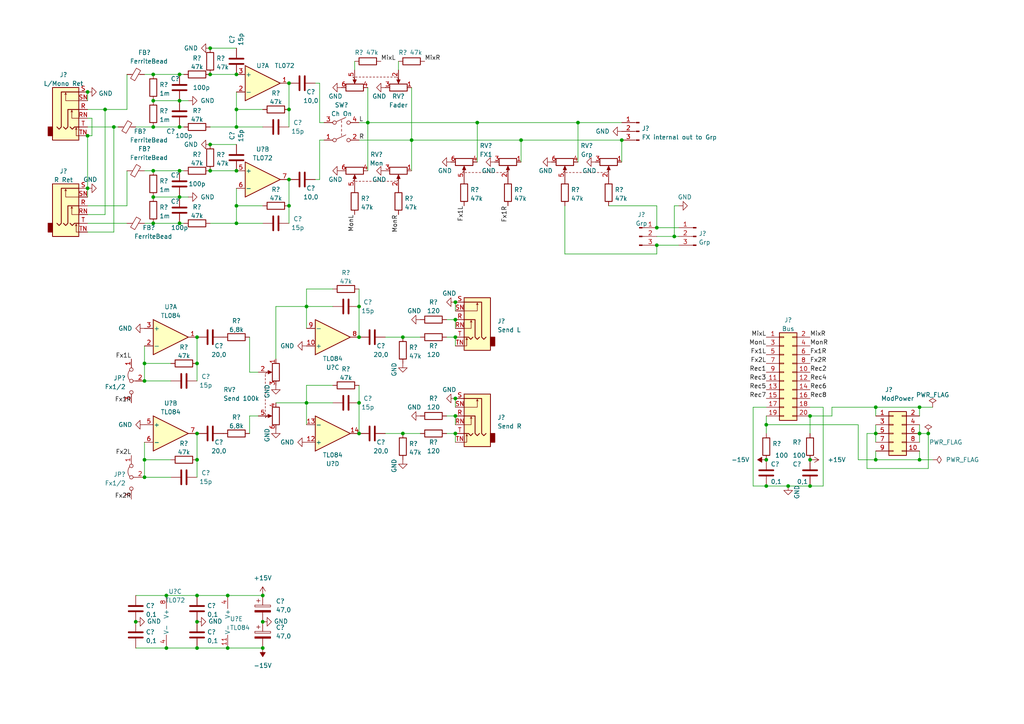
<source format=kicad_sch>
(kicad_sch (version 20211123) (generator eeschema)
  (paper "A4")
  (lib_symbols
    (symbol "Amplifier_Operational:TL072" (pin_names (offset 0.127))
      (property "Reference" "U" (at 0 5.08 0))
      (property "Value" "TL072" (at 0 -5.08 0))
      (symbol "TL072_1_1"
        (pin output line (at 7.62 0 180) (length 2.54) (name "~") (number "1"))
        (pin input line (at -7.62 -2.54 0) (length 2.54) (name "-") (number "2"))
        (pin input line (at -7.62 2.54 0) (length 2.54) (name "+") (number "3"))
      )
      (symbol "TL072_2_1"
        (pin input line (at -7.62 2.54 0) (length 2.54) (name "+") (number "5"))
        (pin input line (at -7.62 -2.54 0) (length 2.54) (name "-") (number "6"))
        (pin output line (at 7.62 0 180) (length 2.54) (name "~") (number "7"))
      )
      (symbol "TL072_3_1"
        (pin power_in line (at -2.54 -7.62 90) (length 3.81) (name "V-") (number "4"))
        (pin power_in line (at -2.54 7.62 270) (length 3.81) (name "V+") (number "8"))
      )
    )
    (symbol "Amplifier_Operational:TL084" (pin_names (offset 0.127))
      (property "Reference" "U" (at 0 5.08 0))
      (property "Value" "TL084" (at 0 -5.08 0))
      (symbol "TL084_1_1"
        (pin output line (at 7.62 0 180) (length 2.54) (name "~") (number "1"))
        (pin input line (at -7.62 -2.54 0) (length 2.54) (name "-") (number "2"))
        (pin input line (at -7.62 2.54 0) (length 2.54) (name "+") (number "3"))
      )
      (symbol "TL084_2_1"
        (pin input line (at -7.62 2.54 0) (length 2.54) (name "+") (number "5"))
        (pin input line (at -7.62 -2.54 0) (length 2.54) (name "-") (number "6"))
        (pin output line (at 7.62 0 180) (length 2.54) (name "~") (number "7"))
      )
      (symbol "TL084_3_1"
        (pin input line (at -7.62 2.54 0) (length 2.54) (name "+") (number "10"))
        (pin output line (at 7.62 0 180) (length 2.54) (name "~") (number "8"))
        (pin input line (at -7.62 -2.54 0) (length 2.54) (name "-") (number "9"))
      )
      (symbol "TL084_4_1"
        (pin input line (at -7.62 2.54 0) (length 2.54) (name "+") (number "12"))
        (pin input line (at -7.62 -2.54 0) (length 2.54) (name "-") (number "13"))
        (pin output line (at 7.62 0 180) (length 2.54) (name "~") (number "14"))
      )
      (symbol "TL084_5_1"
        (pin power_in line (at -2.54 -7.62 90) (length 3.81) (name "V-") (number "11"))
        (pin power_in line (at -2.54 7.62 270) (length 3.81) (name "V+") (number "4"))
      )
    )
    (symbol "Connector:AudioJack3_Switch"
      (property "Reference" "J" (at 0 11.43 0))
      (property "Value" "AudioJack3_Switch" (at 0 8.89 0))
      (symbol "AudioJack3_Switch_1_1"
        (pin passive line (at 5.08 0 180) (length 2.54) (name "~") (number "R"))
        (pin passive line (at 5.08 -2.54 180) (length 2.54) (name "~") (number "RN"))
        (pin passive line (at 5.08 5.08 180) (length 2.54) (name "~") (number "S"))
        (pin passive line (at 5.08 2.54 180) (length 2.54) (name "~") (number "SN"))
        (pin passive line (at 5.08 -5.08 180) (length 2.54) (name "~") (number "T"))
        (pin passive line (at 5.08 -7.62 180) (length 2.54) (name "~") (number "TN"))
      )
    )
    (symbol "Connector:Conn_01x03_Male" (pin_names (offset 1.016) hide)
      (property "Reference" "J" (at 0 5.08 0))
      (property "Value" "Conn_01x03_Male" (at 0 -5.08 0))
      (symbol "Conn_01x03_Male_1_1"
        (pin passive line (at 5.08 2.54 180) (length 3.81) (name "Pin_1") (number "1"))
        (pin passive line (at 5.08 0 180) (length 3.81) (name "Pin_2") (number "2"))
        (pin passive line (at 5.08 -2.54 180) (length 3.81) (name "Pin_3") (number "3"))
      )
    )
    (symbol "Connector_Generic:Conn_02x05_Odd_Even" (pin_names (offset 1.016) hide)
      (property "Reference" "J" (at 1.27 7.62 0))
      (property "Value" "Conn_02x05_Odd_Even" (at 1.27 -7.62 0))
      (symbol "Conn_02x05_Odd_Even_1_1"
        (pin passive line (at -5.08 5.08 0) (length 3.81) (name "Pin_1") (number "1"))
        (pin passive line (at 7.62 -5.08 180) (length 3.81) (name "Pin_10") (number "10"))
        (pin passive line (at 7.62 5.08 180) (length 3.81) (name "Pin_2") (number "2"))
        (pin passive line (at -5.08 2.54 0) (length 3.81) (name "Pin_3") (number "3"))
        (pin passive line (at 7.62 2.54 180) (length 3.81) (name "Pin_4") (number "4"))
        (pin passive line (at -5.08 0 0) (length 3.81) (name "Pin_5") (number "5"))
        (pin passive line (at 7.62 0 180) (length 3.81) (name "Pin_6") (number "6"))
        (pin passive line (at -5.08 -2.54 0) (length 3.81) (name "Pin_7") (number "7"))
        (pin passive line (at 7.62 -2.54 180) (length 3.81) (name "Pin_8") (number "8"))
        (pin passive line (at -5.08 -5.08 0) (length 3.81) (name "Pin_9") (number "9"))
      )
    )
    (symbol "Connector_Generic:Conn_02x10_Odd_Even" (pin_names (offset 1.016) hide)
      (property "Reference" "J" (at 1.27 12.7 0))
      (property "Value" "Conn_02x10_Odd_Even" (at 1.27 -15.24 0))
      (symbol "Conn_02x10_Odd_Even_1_1"
        (pin passive line (at -5.08 10.16 0) (length 3.81) (name "Pin_1") (number "1"))
        (pin passive line (at 7.62 0 180) (length 3.81) (name "Pin_10") (number "10"))
        (pin passive line (at -5.08 -2.54 0) (length 3.81) (name "Pin_11") (number "11"))
        (pin passive line (at 7.62 -2.54 180) (length 3.81) (name "Pin_12") (number "12"))
        (pin passive line (at -5.08 -5.08 0) (length 3.81) (name "Pin_13") (number "13"))
        (pin passive line (at 7.62 -5.08 180) (length 3.81) (name "Pin_14") (number "14"))
        (pin passive line (at -5.08 -7.62 0) (length 3.81) (name "Pin_15") (number "15"))
        (pin passive line (at 7.62 -7.62 180) (length 3.81) (name "Pin_16") (number "16"))
        (pin passive line (at -5.08 -10.16 0) (length 3.81) (name "Pin_17") (number "17"))
        (pin passive line (at 7.62 -10.16 180) (length 3.81) (name "Pin_18") (number "18"))
        (pin passive line (at -5.08 -12.7 0) (length 3.81) (name "Pin_19") (number "19"))
        (pin passive line (at 7.62 10.16 180) (length 3.81) (name "Pin_2") (number "2"))
        (pin passive line (at 7.62 -12.7 180) (length 3.81) (name "Pin_20") (number "20"))
        (pin passive line (at -5.08 7.62 0) (length 3.81) (name "Pin_3") (number "3"))
        (pin passive line (at 7.62 7.62 180) (length 3.81) (name "Pin_4") (number "4"))
        (pin passive line (at -5.08 5.08 0) (length 3.81) (name "Pin_5") (number "5"))
        (pin passive line (at 7.62 5.08 180) (length 3.81) (name "Pin_6") (number "6"))
        (pin passive line (at -5.08 2.54 0) (length 3.81) (name "Pin_7") (number "7"))
        (pin passive line (at 7.62 2.54 180) (length 3.81) (name "Pin_8") (number "8"))
        (pin passive line (at -5.08 0 0) (length 3.81) (name "Pin_9") (number "9"))
      )
    )
    (symbol "Device:C" (pin_numbers hide) (pin_names (offset 0.254))
      (property "Reference" "C" (at 0.635 2.54 0))
      (property "Value" "C" (at 0.635 -2.54 0))
      (symbol "C_1_1"
        (pin passive line (at 0 3.81 270) (length 2.794) (name "~") (number "1"))
        (pin passive line (at 0 -3.81 90) (length 2.794) (name "~") (number "2"))
      )
    )
    (symbol "Device:C_Polarized" (pin_numbers hide) (pin_names (offset 0.254))
      (property "Reference" "C" (at 0.635 2.54 0))
      (property "Value" "C_Polarized" (at 0.635 -2.54 0))
      (symbol "C_Polarized_1_1"
        (pin passive line (at 0 3.81 270) (length 2.794) (name "~") (number "1"))
        (pin passive line (at 0 -3.81 90) (length 2.794) (name "~") (number "2"))
      )
    )
    (symbol "Device:FerriteBead_Small" (pin_numbers hide) (pin_names (offset 0))
      (property "Reference" "FB" (at 1.905 1.27 0))
      (property "Value" "FerriteBead_Small" (at 1.905 -1.27 0))
      (symbol "FerriteBead_Small_1_1"
        (pin passive line (at 0 2.54 270) (length 1.27) (name "~") (number "1"))
        (pin passive line (at 0 -2.54 90) (length 1.27) (name "~") (number "2"))
      )
    )
    (symbol "Device:R" (pin_numbers hide) (pin_names (offset 0))
      (property "Reference" "R" (at 2.032 0 90))
      (property "Value" "R" (at 0 0 90))
      (symbol "R_1_1"
        (pin passive line (at 0 3.81 270) (length 1.27) (name "~") (number "1"))
        (pin passive line (at 0 -3.81 90) (length 1.27) (name "~") (number "2"))
      )
    )
    (symbol "Device:R_Potentiometer_Dual" (pin_names (offset 1.016) hide)
      (property "Reference" "RV" (at 0 3.81 0))
      (property "Value" "R_Potentiometer_Dual" (at 0 1.905 0))
      (symbol "R_Potentiometer_Dual_1_1"
        (pin passive line (at -10.16 -2.54 0) (length 1.27) (name "1") (number "1"))
        (pin passive line (at -6.35 2.54 270) (length 2.54) (name "2") (number "2"))
        (pin passive line (at -2.54 -2.54 180) (length 1.27) (name "3") (number "3"))
        (pin passive line (at 2.54 -2.54 0) (length 1.27) (name "4") (number "4"))
        (pin passive line (at 6.35 2.54 270) (length 2.54) (name "5") (number "5"))
        (pin passive line (at 10.16 -2.54 180) (length 1.27) (name "6") (number "6"))
      )
    )
    (symbol "Jumper:Jumper_3_Bridged12" (pin_names (offset 0) hide)
      (property "Reference" "JP" (at -2.54 -2.54 0))
      (property "Value" "Jumper_3_Bridged12" (at 0 2.794 0))
      (symbol "Jumper_3_Bridged12_1_1"
        (pin passive line (at -6.35 0 0) (length 2.54) (name "A") (number "1"))
        (pin passive line (at 0 -3.81 90) (length 2.54) (name "C") (number "2"))
        (pin passive line (at 6.35 0 180) (length 2.54) (name "B") (number "3"))
      )
    )
    (symbol "Switch:SW_DPST" (pin_names (offset 0) hide)
      (property "Reference" "SW" (at 0 5.08 0))
      (property "Value" "SW_DPST" (at 0 -5.08 0))
      (symbol "SW_DPST_1_1"
        (pin passive line (at -5.08 -2.54 0) (length 2.54) (name "1") (number "1"))
        (pin passive line (at 5.08 -2.54 180) (length 2.54) (name "2") (number "2"))
        (pin passive line (at -5.08 2.54 0) (length 2.54) (name "3") (number "3"))
        (pin passive line (at 5.08 2.54 180) (length 2.54) (name "4") (number "4"))
      )
    )
    (symbol "power:+15V" (power) (pin_names (offset 0))
      (property "Value" "+15V" (at 0 3.556 0))
      (symbol "+15V_1_1"
        (pin power_in line (at 0 0 90) (length 0) hide (name "+15V") (number "1"))
      )
    )
    (symbol "power:-15V" (power) (pin_names (offset 0))
      (property "Value" "-15V" (at 0 3.81 0))
      (symbol "-15V_0_0"
        (pin power_in line (at 0 0 90) (length 0) hide (name "-15V") (number "1"))
      )
    )
    (symbol "power:GND" (power) (pin_names (offset 0))
      (property "Value" "GND" (at 0 -3.81 0))
      (symbol "GND_1_1"
        (pin power_in line (at 0 0 270) (length 0) hide (name "GND") (number "1"))
      )
    )
    (symbol "power:PWR_FLAG" (power) (pin_numbers hide) (pin_names (offset 0) hide)
      (property "Value" "PWR_FLAG" (at 0 3.81 0))
      (symbol "PWR_FLAG_0_0"
        (pin power_out line (at 0 0 90) (length 0) (name "pwr") (number "1"))
      )
    )
  )
  (junction (at 88.9 88.9))
  (junction (at 41.91 133.35))
  (junction (at 57.15 133.35))
  (junction (at 222.25 123.19))
  (junction (at 119.38 40.64))
  (junction (at 66.04 187.96))
  (junction (at 195.58 68.58))
  (junction (at 132.08 97.79))
  (junction (at 190.5 66.04))
  (junction (at 254 118.11))
  (junction (at 266.7 133.35))
  (junction (at 68.58 59.69))
  (junction (at 68.58 21.59))
  (junction (at 52.07 64.77))
  (junction (at 57.15 125.73))
  (junction (at 76.2 172.72))
  (junction (at 52.07 57.15))
  (junction (at 25.4 54.61))
  (junction (at 83.82 24.13))
  (junction (at 234.95 133.35))
  (junction (at 76.2 180.34))
  (junction (at 222.25 140.97))
  (junction (at 44.45 64.77))
  (junction (at 269.24 125.73))
  (junction (at 44.45 21.59))
  (junction (at 104.14 88.9))
  (junction (at 25.4 26.67))
  (junction (at 52.07 29.21))
  (junction (at 44.45 57.15))
  (junction (at 66.04 172.72))
  (junction (at 104.14 125.73))
  (junction (at 228.6 140.97))
  (junction (at 68.58 36.83))
  (junction (at 41.91 138.43))
  (junction (at 83.82 52.07))
  (junction (at 76.2 187.96))
  (junction (at 222.25 133.35))
  (junction (at 116.84 97.79))
  (junction (at 132.08 115.57))
  (junction (at 60.96 21.59))
  (junction (at 132.08 92.71))
  (junction (at 41.91 105.41))
  (junction (at 88.9 116.84))
  (junction (at 41.91 110.49))
  (junction (at 60.96 49.53))
  (junction (at 83.82 31.75))
  (junction (at 68.58 31.75))
  (junction (at 52.07 36.83))
  (junction (at 266.7 118.11))
  (junction (at 48.26 187.96))
  (junction (at 132.08 87.63))
  (junction (at 83.82 59.69))
  (junction (at 48.26 172.72))
  (junction (at 44.45 49.53))
  (junction (at 68.58 64.77))
  (junction (at 116.84 125.73))
  (junction (at 44.45 36.83))
  (junction (at 106.68 35.56))
  (junction (at 68.58 49.53))
  (junction (at 151.13 40.64))
  (junction (at 167.64 35.56))
  (junction (at 234.95 120.65))
  (junction (at 44.45 29.21))
  (junction (at 57.15 105.41))
  (junction (at 138.43 35.56))
  (junction (at 60.96 13.97))
  (junction (at 234.95 140.97))
  (junction (at 33.02 36.83))
  (junction (at 104.14 97.79))
  (junction (at 52.07 49.53))
  (junction (at 266.7 125.73))
  (junction (at 60.96 41.91))
  (junction (at 57.15 187.96))
  (junction (at 132.08 125.73))
  (junction (at 57.15 180.34))
  (junction (at 57.15 172.72))
  (junction (at 30.48 31.75))
  (junction (at 190.5 71.12))
  (junction (at 39.37 180.34))
  (junction (at 254 125.73))
  (junction (at 254 133.35))
  (junction (at 52.07 21.59))
  (junction (at 57.15 97.79))
  (junction (at 132.08 120.65))
  (junction (at 25.4 39.37))
  (junction (at 180.34 40.64))
  (junction (at 104.14 116.84))
  (wire (pts (xy 88.9 116.84) (xy 88.9 123.19)))
  (wire (pts (xy 248.92 133.35) (xy 248.92 123.19)))
  (wire (pts (xy 25.4 59.69) (xy 36.83 59.69)))
  (wire (pts (xy 106.68 35.56) (xy 104.14 35.56)))
  (wire (pts (xy 228.6 140.97) (xy 234.95 140.97)))
  (wire (pts (xy 44.45 64.77) (xy 52.07 64.77)))
  (wire (pts (xy 44.45 21.59) (xy 52.07 21.59)))
  (wire (pts (xy 83.82 31.75) (xy 83.82 36.83)))
  (wire (pts (xy 57.15 125.73) (xy 57.15 133.35)))
  (wire (pts (xy 76.2 36.83) (xy 68.58 36.83)))
  (wire (pts (xy 132.08 125.73) (xy 132.08 128.27)))
  (wire (pts (xy 25.4 31.75) (xy 30.48 31.75)))
  (wire (pts (xy 83.82 24.13) (xy 83.82 31.75)))
  (wire (pts (xy 254 133.35) (xy 254 130.81)))
  (wire (pts (xy 266.7 118.11) (xy 270.51 118.11)))
  (wire (pts (xy 132.08 97.79) (xy 132.08 100.33)))
  (wire (pts (xy 106.68 25.4) (xy 106.68 35.56)))
  (wire (pts (xy 34.29 36.83) (xy 33.02 36.83)))
  (wire (pts (xy 190.5 66.04) (xy 196.85 66.04)))
  (wire (pts (xy 41.91 138.43) (xy 41.91 133.35)))
  (wire (pts (xy 68.58 36.83) (xy 68.58 31.75)))
  (wire (pts (xy 241.3 118.11) (xy 241.3 120.65)))
  (wire (pts (xy 57.15 105.41) (xy 57.15 110.49)))
  (wire (pts (xy 39.37 36.83) (xy 44.45 36.83)))
  (wire (pts (xy 44.45 29.21) (xy 52.07 29.21)))
  (wire (pts (xy 57.15 97.79) (xy 57.15 105.41)))
  (wire (pts (xy 104.14 83.82) (xy 104.14 88.9)))
  (wire (pts (xy 41.91 110.49) (xy 41.91 105.41)))
  (wire (pts (xy 251.46 135.89) (xy 251.46 125.73)))
  (wire (pts (xy 129.54 97.79) (xy 132.08 97.79)))
  (wire (pts (xy 41.91 105.41) (xy 41.91 100.33)))
  (wire (pts (xy 222.25 123.19) (xy 222.25 125.73)))
  (wire (pts (xy 104.14 88.9) (xy 104.14 97.79)))
  (wire (pts (xy 25.4 36.83) (xy 33.02 36.83)))
  (wire (pts (xy 254 133.35) (xy 248.92 133.35)))
  (wire (pts (xy 41.91 64.77) (xy 44.45 64.77)))
  (wire (pts (xy 80.01 116.84) (xy 88.9 116.84)))
  (wire (pts (xy 254 123.19) (xy 254 125.73)))
  (wire (pts (xy 222.25 140.97) (xy 228.6 140.97)))
  (wire (pts (xy 104.14 111.76) (xy 104.14 116.84)))
  (wire (pts (xy 60.96 21.59) (xy 68.58 21.59)))
  (wire (pts (xy 129.54 120.65) (xy 132.08 120.65)))
  (wire (pts (xy 163.83 73.66) (xy 190.5 73.66)))
  (wire (pts (xy 25.4 62.23) (xy 30.48 62.23)))
  (wire (pts (xy 266.7 118.11) (xy 266.7 120.65)))
  (wire (pts (xy 248.92 123.19) (xy 222.25 123.19)))
  (wire (pts (xy 96.52 111.76) (xy 88.9 111.76)))
  (wire (pts (xy 60.96 13.97) (xy 68.58 13.97)))
  (wire (pts (xy 52.07 64.77) (xy 53.34 64.77)))
  (wire (pts (xy 88.9 116.84) (xy 96.52 116.84)))
  (wire (pts (xy 57.15 172.72) (xy 66.04 172.72)))
  (wire (pts (xy 25.4 39.37) (xy 25.4 54.61)))
  (wire (pts (xy 106.68 49.53) (xy 106.68 35.56)))
  (wire (pts (xy 266.7 125.73) (xy 266.7 128.27)))
  (wire (pts (xy 25.4 34.29) (xy 26.67 34.29)))
  (wire (pts (xy 26.67 39.37) (xy 25.4 39.37)))
  (wire (pts (xy 52.07 57.15) (xy 54.61 57.15)))
  (wire (pts (xy 41.91 21.59) (xy 44.45 21.59)))
  (wire (pts (xy 66.04 172.72) (xy 76.2 172.72)))
  (wire (pts (xy 234.95 118.11) (xy 238.76 118.11)))
  (wire (pts (xy 49.53 110.49) (xy 41.91 110.49)))
  (wire (pts (xy 41.91 133.35) (xy 41.91 128.27)))
  (wire (pts (xy 68.58 64.77) (xy 68.58 59.69)))
  (wire (pts (xy 96.52 88.9) (xy 88.9 88.9)))
  (wire (pts (xy 48.26 187.96) (xy 57.15 187.96)))
  (wire (pts (xy 44.45 36.83) (xy 52.07 36.83)))
  (wire (pts (xy 25.4 26.67) (xy 25.4 29.21)))
  (wire (pts (xy 76.2 59.69) (xy 68.58 59.69)))
  (wire (pts (xy 68.58 59.69) (xy 68.58 54.61)))
  (wire (pts (xy 218.44 140.97) (xy 222.25 140.97)))
  (wire (pts (xy 66.04 187.96) (xy 76.2 187.96)))
  (wire (pts (xy 25.4 64.77) (xy 36.83 64.77)))
  (wire (pts (xy 129.54 125.73) (xy 132.08 125.73)))
  (wire (pts (xy 151.13 40.64) (xy 151.13 46.99)))
  (wire (pts (xy 119.38 25.4) (xy 119.38 40.64)))
  (wire (pts (xy 60.96 41.91) (xy 68.58 41.91)))
  (wire (pts (xy 88.9 111.76) (xy 88.9 116.84)))
  (wire (pts (xy 241.3 120.65) (xy 234.95 120.65)))
  (wire (pts (xy 44.45 49.53) (xy 52.07 49.53)))
  (wire (pts (xy 190.5 59.69) (xy 190.5 66.04)))
  (wire (pts (xy 119.38 40.64) (xy 151.13 40.64)))
  (wire (pts (xy 138.43 46.99) (xy 138.43 35.56)))
  (wire (pts (xy 111.76 125.73) (xy 116.84 125.73)))
  (wire (pts (xy 91.44 24.13) (xy 92.71 24.13)))
  (wire (pts (xy 269.24 135.89) (xy 251.46 135.89)))
  (wire (pts (xy 83.82 52.07) (xy 83.82 59.69)))
  (wire (pts (xy 52.07 49.53) (xy 53.34 49.53)))
  (wire (pts (xy 30.48 31.75) (xy 36.83 31.75)))
  (wire (pts (xy 180.34 40.64) (xy 151.13 40.64)))
  (wire (pts (xy 238.76 118.11) (xy 238.76 140.97)))
  (wire (pts (xy 104.14 116.84) (xy 104.14 125.73)))
  (wire (pts (xy 163.83 59.69) (xy 163.83 73.66)))
  (wire (pts (xy 190.5 73.66) (xy 190.5 71.12)))
  (wire (pts (xy 96.52 83.82) (xy 88.9 83.82)))
  (wire (pts (xy 39.37 187.96) (xy 48.26 187.96)))
  (wire (pts (xy 26.67 34.29) (xy 26.67 39.37)))
  (wire (pts (xy 72.39 107.95) (xy 74.93 107.95)))
  (wire (pts (xy 30.48 62.23) (xy 30.48 31.75)))
  (wire (pts (xy 111.76 97.79) (xy 116.84 97.79)))
  (wire (pts (xy 167.64 35.56) (xy 180.34 35.56)))
  (wire (pts (xy 119.38 40.64) (xy 104.14 40.64)))
  (wire (pts (xy 116.84 125.73) (xy 121.92 125.73)))
  (wire (pts (xy 195.58 59.69) (xy 195.58 68.58)))
  (wire (pts (xy 195.58 68.58) (xy 196.85 68.58)))
  (wire (pts (xy 76.2 31.75) (xy 68.58 31.75)))
  (wire (pts (xy 92.71 24.13) (xy 92.71 35.56)))
  (wire (pts (xy 49.53 138.43) (xy 41.91 138.43)))
  (wire (pts (xy 190.5 68.58) (xy 195.58 68.58)))
  (wire (pts (xy 25.4 67.31) (xy 33.02 67.31)))
  (wire (pts (xy 52.07 29.21) (xy 54.61 29.21)))
  (wire (pts (xy 167.64 35.56) (xy 138.43 35.56)))
  (wire (pts (xy 167.64 46.99) (xy 167.64 35.56)))
  (wire (pts (xy 190.5 71.12) (xy 196.85 71.12)))
  (wire (pts (xy 254 120.65) (xy 254 118.11)))
  (wire (pts (xy 92.71 52.07) (xy 91.44 52.07)))
  (wire (pts (xy 196.85 59.69) (xy 195.58 59.69)))
  (wire (pts (xy 254 118.11) (xy 266.7 118.11)))
  (wire (pts (xy 119.38 49.53) (xy 119.38 40.64)))
  (wire (pts (xy 266.7 133.35) (xy 270.51 133.35)))
  (wire (pts (xy 49.53 105.41) (xy 41.91 105.41)))
  (wire (pts (xy 68.58 31.75) (xy 68.58 26.67)))
  (wire (pts (xy 180.34 46.99) (xy 180.34 40.64)))
  (wire (pts (xy 57.15 133.35) (xy 57.15 138.43)))
  (wire (pts (xy 88.9 83.82) (xy 88.9 88.9)))
  (wire (pts (xy 176.53 59.69) (xy 190.5 59.69)))
  (wire (pts (xy 266.7 123.19) (xy 266.7 125.73)))
  (wire (pts (xy 72.39 120.65) (xy 74.93 120.65)))
  (wire (pts (xy 238.76 140.97) (xy 234.95 140.97)))
  (wire (pts (xy 218.44 118.11) (xy 218.44 140.97)))
  (wire (pts (xy 88.9 88.9) (xy 88.9 95.25)))
  (wire (pts (xy 48.26 172.72) (xy 57.15 172.72)))
  (wire (pts (xy 132.08 115.57) (xy 132.08 118.11)))
  (wire (pts (xy 80.01 88.9) (xy 80.01 104.14)))
  (wire (pts (xy 52.07 21.59) (xy 53.34 21.59)))
  (wire (pts (xy 41.91 49.53) (xy 44.45 49.53)))
  (wire (pts (xy 102.87 17.78) (xy 102.87 20.32)))
  (wire (pts (xy 83.82 59.69) (xy 83.82 64.77)))
  (wire (pts (xy 39.37 172.72) (xy 48.26 172.72)))
  (wire (pts (xy 49.53 133.35) (xy 41.91 133.35)))
  (wire (pts (xy 222.25 120.65) (xy 222.25 123.19)))
  (wire (pts (xy 132.08 120.65) (xy 132.08 123.19)))
  (wire (pts (xy 33.02 67.31) (xy 33.02 36.83)))
  (wire (pts (xy 222.25 118.11) (xy 218.44 118.11)))
  (wire (pts (xy 241.3 118.11) (xy 254 118.11)))
  (wire (pts (xy 132.08 87.63) (xy 132.08 90.17)))
  (wire (pts (xy 76.2 64.77) (xy 68.58 64.77)))
  (wire (pts (xy 72.39 97.79) (xy 72.39 107.95)))
  (wire (pts (xy 269.24 125.73) (xy 269.24 135.89)))
  (wire (pts (xy 36.83 31.75) (xy 36.83 21.59)))
  (wire (pts (xy 116.84 97.79) (xy 121.92 97.79)))
  (wire (pts (xy 234.95 120.65) (xy 234.95 125.73)))
  (wire (pts (xy 115.57 17.78) (xy 115.57 20.32)))
  (wire (pts (xy 93.98 40.64) (xy 92.71 40.64)))
  (wire (pts (xy 72.39 125.73) (xy 72.39 120.65)))
  (wire (pts (xy 60.96 49.53) (xy 68.58 49.53)))
  (wire (pts (xy 80.01 88.9) (xy 88.9 88.9)))
  (wire (pts (xy 36.83 59.69) (xy 36.83 49.53)))
  (wire (pts (xy 60.96 36.83) (xy 68.58 36.83)))
  (wire (pts (xy 266.7 133.35) (xy 254 133.35)))
  (wire (pts (xy 132.08 92.71) (xy 132.08 95.25)))
  (wire (pts (xy 92.71 35.56) (xy 93.98 35.56)))
  (wire (pts (xy 254 125.73) (xy 254 128.27)))
  (wire (pts (xy 129.54 92.71) (xy 132.08 92.71)))
  (wire (pts (xy 251.46 125.73) (xy 254 125.73)))
  (wire (pts (xy 92.71 40.64) (xy 92.71 52.07)))
  (wire (pts (xy 52.07 36.83) (xy 53.34 36.83)))
  (wire (pts (xy 25.4 54.61) (xy 25.4 57.15)))
  (wire (pts (xy 57.15 187.96) (xy 66.04 187.96)))
  (wire (pts (xy 44.45 57.15) (xy 52.07 57.15)))
  (wire (pts (xy 266.7 125.73) (xy 269.24 125.73)))
  (wire (pts (xy 60.96 64.77) (xy 68.58 64.77)))
  (wire (pts (xy 266.7 130.81) (xy 266.7 133.35)))
  (wire (pts (xy 106.68 35.56) (xy 138.43 35.56)))
  (label "Rec7" (at 222.25 115.57 180))
  (label "Rec4" (at 234.95 110.49 0))
  (label "Fx1R" (at 38.1 116.84 180))
  (label "R" (at 104.14 40.64 0))
  (label "MixL" (at 110.49 17.78 0))
  (label "Rec8" (at 234.95 115.57 0))
  (label "Fx1L" (at 38.1 104.14 180))
  (label "Fx1R" (at 234.95 102.87 0))
  (label "Rec1" (at 222.25 107.95 180))
  (label "MixR" (at 123.19 17.78 0))
  (label "L" (at 104.14 35.56 0))
  (label "MixL" (at 222.25 97.79 180))
  (label "Fx2R" (at 234.95 105.41 0))
  (label "Rec5" (at 222.25 113.03 180))
  (label "Rec6" (at 234.95 113.03 0))
  (label "MixR" (at 234.95 97.79 0))
  (label "MonL" (at 102.87 62.23 270))
  (label "Fx1L" (at 134.62 59.69 270))
  (label "Fx1R" (at 147.32 59.69 270))
  (label "MonR" (at 234.95 100.33 0))
  (label "Rec2" (at 234.95 107.95 0))
  (label "Fx2L" (at 222.25 105.41 180))
  (label "Fx1L" (at 222.25 102.87 180))
  (label "Fx2R" (at 38.1 144.78 180))
  (label "MonL" (at 222.25 100.33 180))
  (label "MonR" (at 115.57 62.23 270))
  (label "Fx2L" (at 38.1 132.08 180))
  (label "Rec3" (at 222.25 110.49 180))
  (symbol (lib_id "Device:C") (at 234.95 137.16 180) (unit 1)
    (property "Reference" "C?" (at 229.87 134.62 0) (effects (justify right)))
    (property "Value" "0,1" (at 231.14 139.7 0) (effects (justify right)))
    (property "Footprint" "Capacitor_SMD:C_1206_3216Metric_Pad1.33x1.80mm_HandSolder" (effects hide))
  )
  (symbol (lib_id "power:GND") (at 121.92 92.71 270) (mirror x) (unit 1)
    (property "Reference" "#PWR?" (effects hide))
    (property "Value" "GND" (at 118.11 90.17 90) (effects (justify left)))
  )
  (symbol (lib_id "Device:R") (at 57.15 36.83 90) (unit 1)
    (property "Reference" "R?" (at 57.15 32.1142 90))
    (property "Value" "47k" (at 57.15 34.6511 90))
    (property "Footprint" "Resistor_SMD:R_1206_3216Metric_Pad1.30x1.75mm_HandSolder" (effects hide))
  )
  (symbol (lib_id "Device:C") (at 87.63 24.13 90) (unit 1)
    (property "Reference" "C?" (at 90.17 26.67 90))
    (property "Value" "10,0" (at 90.17 29.21 90))
    (property "Footprint" "Capacitor_SMD:C_1206_3216Metric_Pad1.33x1.80mm_HandSolder" (effects hide))
  )
  (symbol (lib_id "Switch:SW_DPST") (at 99.06 38.1 0) (unit 1)
    (property "Reference" "SW?" (at 99.06 30.4632 0))
    (property "Value" "Ch On" (at 99.06 33.0001 0))
  )
  (symbol (lib_id "Device:R") (at 44.45 33.02 180) (unit 1)
    (property "Reference" "R?" (at 46.228 32.1853 0) (effects (justify right)))
    (property "Value" "1m" (at 46.228 34.7222 0) (effects (justify right)))
    (property "Footprint" "Resistor_SMD:R_1206_3216Metric_Pad1.30x1.75mm_HandSolder" (effects hide))
  )
  (symbol (lib_id "Device:C") (at 39.37 176.53 180) (unit 1)
    (property "Reference" "C?" (at 42.291 175.6953 0) (effects (justify right)))
    (property "Value" "0,1" (at 42.291 178.2322 0) (effects (justify right)))
    (property "Footprint" "Capacitor_SMD:C_1206_3216Metric_Pad1.33x1.80mm_HandSolder" (effects hide))
  )
  (symbol (lib_id "Device:R") (at 100.33 83.82 90) (unit 1)
    (property "Reference" "R?" (at 100.33 79.1042 90))
    (property "Value" "47k" (at 100.33 81.6411 90))
    (property "Footprint" "Resistor_SMD:R_1206_3216Metric_Pad1.30x1.75mm_HandSolder" (effects hide))
  )
  (symbol (lib_id "power:GND") (at 143.51 46.99 270) (unit 1)
    (property "Reference" "#PWR?" (effects hide))
    (property "Value" "GND" (at 139.7 49.53 90) (effects (justify left)))
  )
  (symbol (lib_id "Device:R") (at 125.73 125.73 90) (unit 1)
    (property "Reference" "R?" (at 125.73 128.27 90))
    (property "Value" "120" (at 125.73 130.81 90))
    (property "Footprint" "Resistor_SMD:R_1206_3216Metric_Pad1.30x1.75mm_HandSolder" (effects hide))
  )
  (symbol (lib_id "Device:C") (at 52.07 53.34 180) (unit 1)
    (property "Reference" "C?" (at 50.8 50.8 0))
    (property "Value" "100p" (at 57.15 53.34 0))
    (property "Footprint" "Capacitor_THT:C_Disc_D5.0mm_W2.5mm_P2.50mm" (effects hide))
  )
  (symbol (lib_id "Device:FerriteBead_Small") (at 39.37 49.53 90) (unit 1)
    (property "Reference" "FB?" (at 41.91 43.18 90))
    (property "Value" "FerriteBead" (at 43.18 45.72 90))
  )
  (symbol (lib_id "power:GND") (at 172.72 46.99 270) (unit 1)
    (property "Reference" "#PWR?" (effects hide))
    (property "Value" "GND" (at 168.91 49.53 90) (effects (justify left)))
  )
  (symbol (lib_id "Device:R") (at 116.84 129.54 180) (unit 1)
    (property "Reference" "R?" (at 118.618 128.7053 0) (effects (justify right)))
    (property "Value" "47k" (at 118.618 131.2422 0) (effects (justify right)))
    (property "Footprint" "Resistor_SMD:R_1206_3216Metric_Pad1.30x1.75mm_HandSolder" (effects hide))
  )
  (symbol (lib_id "Amplifier_Operational:TL084") (at 68.58 180.34 0) (unit 5)
    (property "Reference" "U?" (at 66.675 179.5053 0) (effects (justify left)))
    (property "Value" "TL084" (at 66.675 182.0422 0) (effects (justify left)))
    (property "Datasheet" "http://www.ti.com/lit/ds/symlink/tl081.pdf" (effects hide))
  )
  (symbol (lib_id "power:GND") (at 99.06 25.4 270) (unit 1)
    (property "Reference" "#PWR?" (effects hide))
    (property "Value" "GND" (at 95.25 27.94 90) (effects (justify left)))
  )
  (symbol (lib_id "Device:R_Potentiometer_Dual") (at 77.47 114.3 90) (mirror x) (unit 1)
    (property "Reference" "RV?" (at 64.77 113.0331 90) (effects (justify right)))
    (property "Value" "Send 100k" (at 64.77 115.57 90) (effects (justify right)))
  )
  (symbol (lib_id "Device:C") (at 80.01 36.83 90) (unit 1)
    (property "Reference" "C?" (at 86.36 35.56 90))
    (property "Value" "15p" (at 86.36 38.1 90))
    (property "Footprint" "Capacitor_THT:C_Disc_D5.0mm_W2.5mm_P2.50mm" (effects hide))
  )
  (symbol (lib_id "power:GND") (at 160.02 46.99 270) (unit 1)
    (property "Reference" "#PWR?" (effects hide))
    (property "Value" "GND" (at 156.21 49.53 90) (effects (justify left)))
  )
  (symbol (lib_id "Connector:Conn_01x03_Male") (at 201.93 68.58 0) (mirror y) (unit 1)
    (property "Reference" "J?" (at 202.6412 67.7453 0) (effects (justify right)))
    (property "Value" "Grp" (at 202.6412 70.2822 0) (effects (justify right)))
  )
  (symbol (lib_id "power:GND") (at 180.34 38.1 270) (unit 1)
    (property "Reference" "#PWR?" (effects hide))
    (property "Value" "GND" (at 172.72 38.1 90) (effects (justify left)))
  )
  (symbol (lib_id "Device:C") (at 107.95 97.79 90) (unit 1)
    (property "Reference" "C?" (at 110.49 100.33 90))
    (property "Value" "20,0" (at 110.49 102.87 90))
    (property "Footprint" "Capacitor_SMD:C_1206_3216Metric_Pad1.33x1.80mm_HandSolder" (effects hide))
  )
  (symbol (lib_id "power:GND") (at 88.9 128.27 270) (mirror x) (unit 1)
    (property "Reference" "#PWR?" (effects hide))
    (property "Value" "GND" (at 81.28 128.27 90) (effects (justify left)))
  )
  (symbol (lib_id "Device:R") (at 68.58 125.73 90) (unit 1)
    (property "Reference" "R?" (at 68.58 121.0142 90))
    (property "Value" "6,8k" (at 68.58 123.5511 90))
    (property "Footprint" "Resistor_SMD:R_1206_3216Metric_Pad1.30x1.75mm_HandSolder" (effects hide))
  )
  (symbol (lib_id "Device:C") (at 100.33 116.84 90) (unit 1)
    (property "Reference" "C?" (at 106.68 115.57 90))
    (property "Value" "15p" (at 106.68 118.11 90))
    (property "Footprint" "Capacitor_THT:C_Disc_D5.0mm_W2.5mm_P2.50mm" (effects hide))
  )
  (symbol (lib_id "Device:R") (at 57.15 64.77 90) (unit 1)
    (property "Reference" "R?" (at 57.15 60.0542 90))
    (property "Value" "47k" (at 57.15 62.5911 90))
    (property "Footprint" "Resistor_SMD:R_1206_3216Metric_Pad1.30x1.75mm_HandSolder" (effects hide))
  )
  (symbol (lib_id "Device:R_Potentiometer_Dual") (at 170.18 49.53 180) (unit 1)
    (property "Reference" "RV?" (at 170.18 42.2742 0))
    (property "Value" "Grp" (at 170.18 44.8111 0))
  )
  (symbol (lib_id "Amplifier_Operational:TL084") (at 49.53 125.73 0) (unit 2)
    (property "Reference" "U?" (at 49.53 116.9502 0))
    (property "Value" "TL084" (at 49.53 119.4871 0))
    (property "Datasheet" "http://www.ti.com/lit/ds/symlink/tl081.pdf" (effects hide))
  )
  (symbol (lib_id "Connector:Conn_01x03_Male") (at 185.42 38.1 0) (mirror y) (unit 1)
    (property "Reference" "J?" (at 186.1312 37.2653 0) (effects (justify right)))
    (property "Value" "FX internal out to Grp" (at 186.1312 39.8022 0) (effects (justify right)))
  )
  (symbol (lib_id "Device:C") (at 52.07 25.4 180) (unit 1)
    (property "Reference" "C?" (at 50.8 22.86 0))
    (property "Value" "100p" (at 58.42 25.4 0))
    (property "Footprint" "Capacitor_THT:C_Disc_D5.0mm_W2.5mm_P2.50mm" (effects hide))
  )
  (symbol (lib_id "Amplifier_Operational:TL072") (at 76.2 52.07 0) (unit 2)
    (property "Reference" "U?" (at 76.2 43.2902 0))
    (property "Value" "TL072" (at 76.2 45.8271 0))
    (property "Footprint" "Package_DIP:DIP-8_W7.62mm_LongPads" (effects hide))
    (property "Datasheet" "http://www.ti.com/lit/ds/symlink/tl071.pdf" (effects hide))
  )
  (symbol (lib_id "power:GND") (at 121.92 120.65 270) (mirror x) (unit 1)
    (property "Reference" "#PWR?" (effects hide))
    (property "Value" "GND" (at 118.11 118.11 90) (effects (justify left)))
  )
  (symbol (lib_id "Device:R_Potentiometer_Dual") (at 109.22 52.07 180) (unit 1)
    (property "Reference" "RV?" (at 109.22 44.8142 0))
    (property "Value" "Mon" (at 109.22 47.3511 0))
  )
  (symbol (lib_id "power:PWR_FLAG") (at 269.24 125.73 0) (unit 1)
    (property "Reference" "#FLG?" (effects hide))
    (property "Value" "PWR_FLAG" (at 274.32 128.27 0))
  )
  (symbol (lib_id "Device:C") (at 52.07 33.02 180) (unit 1)
    (property "Reference" "C?" (at 49.53 38.1 0))
    (property "Value" "100p" (at 53.34 39.37 0))
    (property "Footprint" "Capacitor_THT:C_Disc_D5.0mm_W2.5mm_P2.50mm" (effects hide))
  )
  (symbol (lib_id "power:GND") (at 39.37 180.34 90) (unit 1)
    (property "Reference" "#PWR?" (effects hide))
    (property "Value" "GND" (at 42.6212 180.213 90) (effects (justify right)))
  )
  (symbol (lib_id "power:PWR_FLAG") (at 270.51 133.35 270) (unit 1)
    (property "Reference" "#FLG?" (effects hide))
    (property "Value" "PWR_FLAG" (at 274.32 133.3499 90) (effects (justify left)))
  )
  (symbol (lib_id "Device:R") (at 60.96 45.72 180) (unit 1)
    (property "Reference" "R?" (at 62.738 44.8853 0) (effects (justify right)))
    (property "Value" "47k" (at 62.738 47.4222 0) (effects (justify right)))
    (property "Footprint" "Resistor_SMD:R_1206_3216Metric_Pad1.30x1.75mm_HandSolder" (effects hide))
  )
  (symbol (lib_id "Device:C") (at 57.15 184.15 180) (unit 1)
    (property "Reference" "C?" (at 60.071 183.3153 0) (effects (justify right)))
    (property "Value" "0,1" (at 60.071 185.8522 0) (effects (justify right)))
    (property "Footprint" "Capacitor_SMD:C_1206_3216Metric_Pad1.33x1.80mm_HandSolder" (effects hide))
  )
  (symbol (lib_id "Device:R") (at 80.01 31.75 90) (unit 1)
    (property "Reference" "R?" (at 80.01 27.0342 90))
    (property "Value" "47k" (at 80.01 29.5711 90))
    (property "Footprint" "Resistor_SMD:R_1206_3216Metric_Pad1.30x1.75mm_HandSolder" (effects hide))
  )
  (symbol (lib_id "power:GND") (at 41.91 95.25 270) (unit 1)
    (property "Reference" "#PWR?" (effects hide))
    (property "Value" "GND" (at 34.29 95.25 90) (effects (justify left)))
  )
  (symbol (lib_id "Device:R") (at 80.01 59.69 90) (unit 1)
    (property "Reference" "R?" (at 80.01 54.9742 90))
    (property "Value" "47k" (at 80.01 57.5111 90))
    (property "Footprint" "Resistor_SMD:R_1206_3216Metric_Pad1.30x1.75mm_HandSolder" (effects hide))
  )
  (symbol (lib_id "Jumper:Jumper_3_Bridged12") (at 38.1 110.49 90) (mirror x) (unit 1)
    (property "Reference" "JP?" (at 36.4738 109.6553 90) (effects (justify left)))
    (property "Value" "Fx1/2" (at 36.4738 112.1922 90) (effects (justify left)))
  )
  (symbol (lib_id "Device:R") (at 234.95 129.54 180) (unit 1)
    (property "Reference" "R?" (at 229.87 128.27 0) (effects (justify right)))
    (property "Value" "100" (at 229.87 132.08 0) (effects (justify right)))
    (property "Footprint" "Resistor_SMD:R_1206_3216Metric_Pad1.30x1.75mm_HandSolder" (effects hide))
  )
  (symbol (lib_id "Device:C_Polarized") (at 76.2 176.53 0) (unit 1)
    (property "Reference" "C?" (at 80.01 174.3709 0) (effects (justify left)))
    (property "Value" "47,0" (at 80.01 176.9109 0) (effects (justify left)))
    (property "Footprint" "Capacitor_THT:CP_Radial_D6.3mm_P2.50mm" (effects hide))
  )
  (symbol (lib_id "power:GND") (at 80.01 111.76 0) (mirror y) (unit 1)
    (property "Reference" "#PWR?" (effects hide))
    (property "Value" "GND" (at 77.47 115.57 90) (effects (justify left)))
  )
  (symbol (lib_id "Amplifier_Operational:TL084") (at 49.53 97.79 0) (unit 1)
    (property "Reference" "U?" (at 49.53 89.0102 0))
    (property "Value" "TL084" (at 49.53 91.5471 0))
    (property "Datasheet" "http://www.ti.com/lit/ds/symlink/tl081.pdf" (effects hide))
  )
  (symbol (lib_id "Device:R") (at 57.15 21.59 90) (unit 1)
    (property "Reference" "R?" (at 57.15 16.8742 90))
    (property "Value" "47k" (at 57.15 19.4111 90))
    (property "Footprint" "Resistor_SMD:R_1206_3216Metric_Pad1.30x1.75mm_HandSolder" (effects hide))
  )
  (symbol (lib_id "Connector:AudioJack3_Switch") (at 20.32 31.75 0) (unit 1)
    (property "Reference" "J?" (at 18.415 21.7002 0))
    (property "Value" "L/Mono Ret" (at 18.415 24.2371 0))
    (property "Footprint" "Connector_Audio:Jack_6.35mm_Neutrik_NMJ6HCD2_Horizontal" (effects hide))
  )
  (symbol (lib_id "power:GND") (at 41.91 123.19 270) (unit 1)
    (property "Reference" "#PWR?" (effects hide))
    (property "Value" "GND" (at 34.29 123.19 90) (effects (justify left)))
  )
  (symbol (lib_id "Device:C") (at 60.96 97.79 90) (unit 1)
    (property "Reference" "C?" (at 63.5 100.33 90))
    (property "Value" "20,0" (at 63.5 102.87 90))
    (property "Footprint" "Capacitor_SMD:C_1206_3216Metric_Pad1.33x1.80mm_HandSolder" (effects hide))
  )
  (symbol (lib_id "Connector:AudioJack3_Switch") (at 137.16 120.65 0) (mirror y) (unit 1)
    (property "Reference" "J?" (at 144.272 121.0853 0) (effects (justify right)))
    (property "Value" "Send R" (at 144.272 123.6222 0) (effects (justify right)))
    (property "Footprint" "Connector_Audio:Jack_6.35mm_Neutrik_NMJ6HCD2_Horizontal" (effects hide))
  )
  (symbol (lib_id "Device:C") (at 68.58 17.78 180) (unit 1)
    (property "Reference" "C?" (at 67.31 11.43 90))
    (property "Value" "15p" (at 69.85 11.43 90))
    (property "Footprint" "Capacitor_THT:C_Disc_D5.0mm_W2.5mm_P2.50mm" (effects hide))
  )
  (symbol (lib_id "Device:C") (at 68.58 45.72 180) (unit 1)
    (property "Reference" "C?" (at 67.31 39.37 90))
    (property "Value" "15p" (at 69.85 39.37 90))
    (property "Footprint" "Capacitor_THT:C_Disc_D5.0mm_W2.5mm_P2.50mm" (effects hide))
  )
  (symbol (lib_id "Device:R") (at 106.68 17.78 270) (unit 1)
    (property "Reference" "R?" (at 104.14 15.24 90))
    (property "Value" "47k" (at 107.95 15.24 90))
    (property "Footprint" "Resistor_SMD:R_1206_3216Metric_Pad1.30x1.75mm_HandSolder" (effects hide))
  )
  (symbol (lib_id "power:GND") (at 88.9 100.33 270) (mirror x) (unit 1)
    (property "Reference" "#PWR?" (effects hide))
    (property "Value" "GND" (at 81.28 100.33 90) (effects (justify left)))
  )
  (symbol (lib_id "Device:C") (at 60.96 125.73 90) (unit 1)
    (property "Reference" "C?" (at 63.5 128.27 90))
    (property "Value" "20,0" (at 63.5 130.81 90))
    (property "Footprint" "Capacitor_SMD:C_1206_3216Metric_Pad1.33x1.80mm_HandSolder" (effects hide))
  )
  (symbol (lib_id "Device:C") (at 100.33 88.9 90) (unit 1)
    (property "Reference" "C?" (at 106.68 87.63 90))
    (property "Value" "15p" (at 106.68 90.17 90))
    (property "Footprint" "Capacitor_THT:C_Disc_D5.0mm_W2.5mm_P2.50mm" (effects hide))
  )
  (symbol (lib_id "Device:R") (at 44.45 53.34 180) (unit 1)
    (property "Reference" "R?" (at 46.228 52.5053 0) (effects (justify right)))
    (property "Value" "1m" (at 46.228 55.0422 0) (effects (justify right)))
    (property "Footprint" "Resistor_SMD:R_1206_3216Metric_Pad1.30x1.75mm_HandSolder" (effects hide))
  )
  (symbol (lib_id "power:GND") (at 228.6 140.97 0) (unit 1)
    (property "Reference" "#PWR?" (effects hide))
    (property "Value" "GND" (at 231.14 144.78 90) (effects (justify left)))
  )
  (symbol (lib_id "power:GND") (at 25.4 26.67 90) (unit 1)
    (property "Reference" "#PWR?" (effects hide))
    (property "Value" "GND" (at 28.575 27.1038 90) (effects (justify right)))
  )
  (symbol (lib_id "Device:R") (at 60.96 17.78 180) (unit 1)
    (property "Reference" "R?" (at 62.738 16.9453 0) (effects (justify right)))
    (property "Value" "47k" (at 62.738 19.4822 0) (effects (justify right)))
    (property "Footprint" "Resistor_SMD:R_1206_3216Metric_Pad1.30x1.75mm_HandSolder" (effects hide))
  )
  (symbol (lib_id "Jumper:Jumper_3_Bridged12") (at 38.1 138.43 90) (mirror x) (unit 1)
    (property "Reference" "JP?" (at 36.4738 137.5953 90) (effects (justify left)))
    (property "Value" "Fx1/2" (at 36.4738 140.1322 90) (effects (justify left)))
  )
  (symbol (lib_id "Device:C") (at 107.95 125.73 90) (unit 1)
    (property "Reference" "C?" (at 110.49 128.27 90))
    (property "Value" "20,0" (at 110.49 130.81 90))
    (property "Footprint" "Capacitor_SMD:C_1206_3216Metric_Pad1.33x1.80mm_HandSolder" (effects hide))
  )
  (symbol (lib_id "Amplifier_Operational:TL084") (at 96.52 97.79 0) (mirror x) (unit 3)
    (property "Reference" "U?" (at 96.52 106.5698 0))
    (property "Value" "TL084" (at 96.52 104.0329 0))
    (property "Datasheet" "http://www.ti.com/lit/ds/symlink/tl081.pdf" (effects hide))
  )
  (symbol (lib_id "Device:R") (at 163.83 55.88 180) (unit 1)
    (property "Reference" "R?" (at 165.608 55.0453 0) (effects (justify right)))
    (property "Value" "47k" (at 165.608 57.5822 0) (effects (justify right)))
    (property "Footprint" "Resistor_SMD:R_1206_3216Metric_Pad1.30x1.75mm_HandSolder" (effects hide))
  )
  (symbol (lib_id "Device:R") (at 125.73 92.71 90) (unit 1)
    (property "Reference" "R?" (at 125.73 87.63 90))
    (property "Value" "120" (at 125.73 90.17 90))
    (property "Footprint" "Resistor_SMD:R_1206_3216Metric_Pad1.30x1.75mm_HandSolder" (effects hide))
  )
  (symbol (lib_id "Device:C") (at 53.34 110.49 90) (unit 1)
    (property "Reference" "C?" (at 59.69 109.22 90))
    (property "Value" "15p" (at 59.69 111.76 90))
    (property "Footprint" "Capacitor_THT:C_Disc_D5.0mm_W2.5mm_P2.50mm" (effects hide))
  )
  (symbol (lib_id "Device:FerriteBead_Small") (at 39.37 21.59 90) (unit 1)
    (property "Reference" "FB?" (at 41.91 15.24 90))
    (property "Value" "FerriteBead" (at 43.18 17.78 90))
  )
  (symbol (lib_id "power:GND") (at 196.85 59.69 90) (unit 1)
    (property "Reference" "#PWR?" (effects hide))
    (property "Value" "GND" (at 200.66 57.15 90) (effects (justify left)))
  )
  (symbol (lib_id "Device:R") (at 115.57 58.42 180) (unit 1)
    (property "Reference" "R?" (at 117.348 57.5853 0) (effects (justify right)))
    (property "Value" "47k" (at 117.348 60.1222 0) (effects (justify right)))
    (property "Footprint" "Resistor_SMD:R_1206_3216Metric_Pad1.30x1.75mm_HandSolder" (effects hide))
  )
  (symbol (lib_id "Amplifier_Operational:TL072") (at 50.8 180.34 0) (unit 3)
    (property "Reference" "U?" (at 50.8 171.5602 0))
    (property "Value" "TL072" (at 50.8 174.0971 0))
    (property "Footprint" "Package_DIP:DIP-8_W7.62mm_LongPads" (effects hide))
    (property "Datasheet" "http://www.ti.com/lit/ds/symlink/tl071.pdf" (effects hide))
  )
  (symbol (lib_id "Device:R") (at 44.45 25.4 180) (unit 1)
    (property "Reference" "R?" (at 46.228 24.5653 0) (effects (justify right)))
    (property "Value" "1m" (at 46.228 27.1022 0) (effects (justify right)))
    (property "Footprint" "Resistor_SMD:R_1206_3216Metric_Pad1.30x1.75mm_HandSolder" (effects hide))
  )
  (symbol (lib_id "Device:C") (at 52.07 60.96 180) (unit 1)
    (property "Reference" "C?" (at 50.8 58.42 0))
    (property "Value" "100p" (at 52.07 66.04 0))
    (property "Footprint" "Capacitor_THT:C_Disc_D5.0mm_W2.5mm_P2.50mm" (effects hide))
  )
  (symbol (lib_id "Device:R") (at 176.53 55.88 180) (unit 1)
    (property "Reference" "R?" (at 178.308 55.0453 0) (effects (justify right)))
    (property "Value" "47k" (at 178.308 57.5822 0) (effects (justify right)))
    (property "Footprint" "Resistor_SMD:R_1206_3216Metric_Pad1.30x1.75mm_HandSolder" (effects hide))
  )
  (symbol (lib_id "Device:C") (at 87.63 52.07 90) (unit 1)
    (property "Reference" "C?" (at 90.17 54.61 90))
    (property "Value" "10,0" (at 90.17 57.15 90))
    (property "Footprint" "Capacitor_SMD:C_1206_3216Metric_Pad1.33x1.80mm_HandSolder" (effects hide))
  )
  (symbol (lib_id "power:GND") (at 116.84 133.35 0) (mirror y) (unit 1)
    (property "Reference" "#PWR?" (effects hide))
    (property "Value" "GND" (at 114.3 137.16 90) (effects (justify left)))
  )
  (symbol (lib_id "Device:R") (at 116.84 101.6 180) (unit 1)
    (property "Reference" "R?" (at 118.618 100.7653 0) (effects (justify right)))
    (property "Value" "47k" (at 118.618 103.3022 0) (effects (justify right)))
    (property "Footprint" "Resistor_SMD:R_1206_3216Metric_Pad1.30x1.75mm_HandSolder" (effects hide))
  )
  (symbol (lib_id "Device:R_Potentiometer_Dual") (at 140.97 49.53 180) (unit 1)
    (property "Reference" "RV?" (at 140.97 42.2742 0))
    (property "Value" "FX1" (at 140.97 44.8111 0))
  )
  (symbol (lib_id "power:GND") (at 80.01 124.46 0) (mirror y) (unit 1)
    (property "Reference" "#PWR?" (effects hide))
    (property "Value" "GND" (at 77.47 128.27 90) (effects (justify left)))
  )
  (symbol (lib_id "Device:R") (at 53.34 105.41 90) (unit 1)
    (property "Reference" "R?" (at 53.34 100.6942 90))
    (property "Value" "47k" (at 53.34 103.2311 90))
    (property "Footprint" "Resistor_SMD:R_1206_3216Metric_Pad1.30x1.75mm_HandSolder" (effects hide))
  )
  (symbol (lib_id "Device:R") (at 125.73 120.65 90) (unit 1)
    (property "Reference" "R?" (at 125.73 115.57 90))
    (property "Value" "120" (at 125.73 118.11 90))
    (property "Footprint" "Resistor_SMD:R_1206_3216Metric_Pad1.30x1.75mm_HandSolder" (effects hide))
  )
  (symbol (lib_id "power:GND") (at 60.96 13.97 270) (unit 1)
    (property "Reference" "#PWR?" (effects hide))
    (property "Value" "GND" (at 53.34 13.97 90) (effects (justify left)))
  )
  (symbol (lib_id "power:-15V") (at 222.25 133.35 90) (unit 1)
    (property "Reference" "#PWR?" (effects hide))
    (property "Value" "-15V" (at 212.09 133.35 90) (effects (justify right)))
  )
  (symbol (lib_id "power:-15V") (at 76.2 187.96 180) (unit 1)
    (property "Reference" "#PWR?" (effects hide))
    (property "Value" "-15V" (at 76.2 193.04 0))
  )
  (symbol (lib_id "Device:C") (at 80.01 64.77 90) (unit 1)
    (property "Reference" "C?" (at 86.36 63.5 90))
    (property "Value" "15p" (at 86.36 66.04 90))
    (property "Footprint" "Capacitor_THT:C_Disc_D5.0mm_W2.5mm_P2.50mm" (effects hide))
  )
  (symbol (lib_id "Connector:AudioJack3_Switch") (at 137.16 92.71 0) (mirror y) (unit 1)
    (property "Reference" "J?" (at 144.272 93.1453 0) (effects (justify right)))
    (property "Value" "Send L" (at 144.272 95.6822 0) (effects (justify right)))
    (property "Footprint" "Connector_Audio:Jack_6.35mm_Neutrik_NMJ6HCD2_Horizontal" (effects hide))
  )
  (symbol (lib_id "Device:C") (at 222.25 137.16 180) (unit 1)
    (property "Reference" "C?" (at 223.52 134.62 0) (effects (justify right)))
    (property "Value" "0,1" (at 223.52 139.7 0) (effects (justify right)))
    (property "Footprint" "Capacitor_SMD:C_1206_3216Metric_Pad1.33x1.80mm_HandSolder" (effects hide))
  )
  (symbol (lib_id "power:GND") (at 57.15 180.34 90) (unit 1)
    (property "Reference" "#PWR?" (effects hide))
    (property "Value" "GND" (at 60.4012 180.213 90) (effects (justify right)))
  )
  (symbol (lib_id "Device:R") (at 222.25 129.54 180) (unit 1)
    (property "Reference" "R?" (at 224.028 128.7053 0) (effects (justify right)))
    (property "Value" "100" (at 224.79 132.08 0) (effects (justify right)))
    (property "Footprint" "Resistor_SMD:R_1206_3216Metric_Pad1.30x1.75mm_HandSolder" (effects hide))
  )
  (symbol (lib_id "power:GND") (at 25.4 54.61 90) (unit 1)
    (property "Reference" "#PWR?" (effects hide))
    (property "Value" "GND" (at 24.13 52.07 90) (effects (justify right)))
  )
  (symbol (lib_id "power:GND") (at 132.08 87.63 270) (mirror x) (unit 1)
    (property "Reference" "#PWR?" (effects hide))
    (property "Value" "GND" (at 128.27 85.09 90) (effects (justify left)))
  )
  (symbol (lib_id "power:GND") (at 54.61 29.21 90) (unit 1)
    (property "Reference" "#PWR?" (effects hide))
    (property "Value" "GND" (at 62.23 29.21 90) (effects (justify left)))
  )
  (symbol (lib_id "Device:R") (at 134.62 55.88 180) (unit 1)
    (property "Reference" "R?" (at 136.398 55.0453 0) (effects (justify right)))
    (property "Value" "47k" (at 136.398 57.5822 0) (effects (justify right)))
    (property "Footprint" "Resistor_SMD:R_1206_3216Metric_Pad1.30x1.75mm_HandSolder" (effects hide))
  )
  (symbol (lib_id "Connector:AudioJack3_Switch") (at 20.32 59.69 0) (unit 1)
    (property "Reference" "J?" (at 18.415 49.6402 0))
    (property "Value" "R Ret" (at 18.415 52.1771 0))
    (property "Footprint" "Connector_Audio:Jack_6.35mm_Neutrik_NMJ6HCD2_Horizontal" (effects hide))
  )
  (symbol (lib_id "Device:R") (at 68.58 97.79 90) (unit 1)
    (property "Reference" "R?" (at 68.58 93.0742 90))
    (property "Value" "6,8k" (at 68.58 95.6111 90))
    (property "Footprint" "Resistor_SMD:R_1206_3216Metric_Pad1.30x1.75mm_HandSolder" (effects hide))
  )
  (symbol (lib_id "Device:R") (at 100.33 111.76 90) (unit 1)
    (property "Reference" "R?" (at 100.33 107.0442 90))
    (property "Value" "47k" (at 100.33 109.5811 90))
    (property "Footprint" "Resistor_SMD:R_1206_3216Metric_Pad1.30x1.75mm_HandSolder" (effects hide))
  )
  (symbol (lib_id "Device:R") (at 119.38 17.78 270) (unit 1)
    (property "Reference" "R?" (at 116.84 15.24 90))
    (property "Value" "47k" (at 120.65 15.24 90))
    (property "Footprint" "Resistor_SMD:R_1206_3216Metric_Pad1.30x1.75mm_HandSolder" (effects hide))
  )
  (symbol (lib_id "Device:C") (at 39.37 184.15 180) (unit 1)
    (property "Reference" "C?" (at 42.291 183.3153 0) (effects (justify right)))
    (property "Value" "0,1" (at 42.291 185.8522 0) (effects (justify right)))
    (property "Footprint" "Capacitor_SMD:C_1206_3216Metric_Pad1.33x1.80mm_HandSolder" (effects hide))
  )
  (symbol (lib_id "power:GND") (at 54.61 57.15 90) (unit 1)
    (property "Reference" "#PWR?" (effects hide))
    (property "Value" "GND" (at 62.23 57.15 90) (effects (justify left)))
  )
  (symbol (lib_id "Connector_Generic:Conn_02x05_Odd_Even") (at 259.08 125.73 0) (unit 1)
    (property "Reference" "J?" (at 257.81 113.03 0))
    (property "Value" "ModPower" (at 260.35 115.57 0))
    (property "Footprint" "Connector_PinHeader_2.54mm:PinHeader_2x05_P2.54mm_Vertical" (effects hide))
  )
  (symbol (lib_id "power:GND") (at 60.96 41.91 270) (unit 1)
    (property "Reference" "#PWR?" (effects hide))
    (property "Value" "GND" (at 53.34 41.91 90) (effects (justify left)))
  )
  (symbol (lib_id "Amplifier_Operational:TL072") (at 76.2 24.13 0) (unit 1)
    (property "Reference" "U?" (at 76.2 19.05 0))
    (property "Value" "TL072" (at 82.55 19.05 0))
    (property "Footprint" "Package_DIP:DIP-8_W7.62mm_LongPads" (effects hide))
    (property "Datasheet" "http://www.ti.com/lit/ds/symlink/tl071.pdf" (effects hide))
  )
  (symbol (lib_id "Device:C") (at 53.34 138.43 90) (unit 1)
    (property "Reference" "C?" (at 59.69 137.16 90))
    (property "Value" "15p" (at 59.69 139.7 90))
    (property "Footprint" "Capacitor_THT:C_Disc_D5.0mm_W2.5mm_P2.50mm" (effects hide))
  )
  (symbol (lib_id "power:+15V") (at 76.2 172.72 0) (unit 1)
    (property "Reference" "#PWR?" (effects hide))
    (property "Value" "+15V" (at 76.2 167.64 0))
  )
  (symbol (lib_id "Device:C") (at 57.15 176.53 180) (unit 1)
    (property "Reference" "C?" (at 60.071 175.6953 0) (effects (justify right)))
    (property "Value" "0,1" (at 60.071 178.2322 0) (effects (justify right)))
    (property "Footprint" "Capacitor_SMD:C_1206_3216Metric_Pad1.33x1.80mm_HandSolder" (effects hide))
  )
  (symbol (lib_id "power:GND") (at 76.2 180.34 90) (unit 1)
    (property "Reference" "#PWR?" (effects hide))
    (property "Value" "GND" (at 79.4512 180.213 90) (effects (justify right)))
  )
  (symbol (lib_id "Device:R_Potentiometer_Dual") (at 109.22 22.86 0) (mirror y) (unit 1)
    (property "Reference" "RV?" (at 115.57 27.94 0))
    (property "Value" "Fader" (at 115.57 30.48 0))
  )
  (symbol (lib_id "Device:R") (at 102.87 58.42 180) (unit 1)
    (property "Reference" "R?" (at 104.648 57.5853 0) (effects (justify right)))
    (property "Value" "47k" (at 104.648 60.1222 0) (effects (justify right)))
    (property "Footprint" "Resistor_SMD:R_1206_3216Metric_Pad1.30x1.75mm_HandSolder" (effects hide))
  )
  (symbol (lib_id "Device:R") (at 125.73 97.79 90) (unit 1)
    (property "Reference" "R?" (at 125.73 100.33 90))
    (property "Value" "120" (at 125.73 102.87 90))
    (property "Footprint" "Resistor_SMD:R_1206_3216Metric_Pad1.30x1.75mm_HandSolder" (effects hide))
  )
  (symbol (lib_id "power:GND") (at 111.76 25.4 270) (unit 1)
    (property "Reference" "#PWR?" (effects hide))
    (property "Value" "GND" (at 107.95 27.94 90) (effects (justify left)))
  )
  (symbol (lib_id "Device:C_Polarized") (at 76.2 184.15 0) (unit 1)
    (property "Reference" "C?" (at 80.01 181.9909 0) (effects (justify left)))
    (property "Value" "47,0" (at 80.01 184.5309 0) (effects (justify left)))
    (property "Footprint" "Capacitor_THT:CP_Radial_D6.3mm_P2.50mm" (effects hide))
  )
  (symbol (lib_id "power:GND") (at 99.06 49.53 270) (unit 1)
    (property "Reference" "#PWR?" (effects hide))
    (property "Value" "GND" (at 95.25 52.07 90) (effects (justify left)))
  )
  (symbol (lib_id "power:PWR_FLAG") (at 270.51 118.11 0) (unit 1)
    (property "Reference" "#FLG?" (effects hide))
    (property "Value" "PWR_FLAG" (at 270.51 114.5342 0))
  )
  (symbol (lib_id "power:GND") (at 111.76 49.53 270) (unit 1)
    (property "Reference" "#PWR?" (effects hide))
    (property "Value" "GND" (at 107.95 52.07 90) (effects (justify left)))
  )
  (symbol (lib_id "Connector_Generic:Conn_02x10_Odd_Even") (at 227.33 107.95 0) (unit 1)
    (property "Reference" "J?" (at 228.6 92.8202 0))
    (property "Value" "Bus" (at 228.6 95.3571 0))
  )
  (symbol (lib_id "Device:FerriteBead_Small") (at 39.37 64.77 90) (unit 1)
    (property "Reference" "FB?" (at 43.18 66.04 90))
    (property "Value" "FerriteBead" (at 44.45 68.58 90))
  )
  (symbol (lib_id "power:+15V") (at 234.95 133.35 270) (unit 1)
    (property "Reference" "#PWR?" (effects hide))
    (property "Value" "+15V" (at 240.03 133.35 90) (effects (justify left)))
  )
  (symbol (lib_id "Amplifier_Operational:TL084") (at 96.52 125.73 0) (mirror x) (unit 4)
    (property "Reference" "U?" (at 96.52 134.5098 0))
    (property "Value" "TL084" (at 96.52 131.9729 0))
    (property "Datasheet" "http://www.ti.com/lit/ds/symlink/tl081.pdf" (effects hide))
  )
  (symbol (lib_id "power:GND") (at 132.08 115.57 270) (mirror x) (unit 1)
    (property "Reference" "#PWR?" (effects hide))
    (property "Value" "GND" (at 128.27 113.03 90) (effects (justify left)))
  )
  (symbol (lib_id "power:GND") (at 130.81 46.99 270) (unit 1)
    (property "Reference" "#PWR?" (effects hide))
    (property "Value" "GND" (at 127 49.53 90) (effects (justify left)))
  )
  (symbol (lib_id "Device:R") (at 53.34 133.35 90) (unit 1)
    (property "Reference" "R?" (at 53.34 128.6342 90))
    (property "Value" "47k" (at 53.34 131.1711 90))
    (property "Footprint" "Resistor_SMD:R_1206_3216Metric_Pad1.30x1.75mm_HandSolder" (effects hide))
  )
  (symbol (lib_id "Connector:Conn_01x03_Male") (at 185.42 68.58 0) (unit 1)
    (property "Reference" "J?" (at 186.055 62.264 0))
    (property "Value" "Grp" (at 186.055 64.8009 0))
  )
  (symbol (lib_id "Device:FerriteBead_Small") (at 36.83 36.83 90) (unit 1)
    (property "Reference" "FB?" (at 40.64 38.1 90))
    (property "Value" "FerriteBead" (at 43.18 40.64 90))
  )
  (symbol (lib_id "power:GND") (at 116.84 105.41 0) (mirror y) (unit 1)
    (property "Reference" "#PWR?" (effects hide))
    (property "Value" "GND" (at 114.3 109.22 90) (effects (justify left)))
  )
  (symbol (lib_id "Device:R") (at 147.32 55.88 180) (unit 1)
    (property "Reference" "R?" (at 149.098 55.0453 0) (effects (justify right)))
    (property "Value" "47k" (at 149.098 57.5822 0) (effects (justify right)))
    (property "Footprint" "Resistor_SMD:R_1206_3216Metric_Pad1.30x1.75mm_HandSolder" (effects hide))
  )
  (symbol (lib_id "Device:R") (at 44.45 60.96 180) (unit 1)
    (property "Reference" "R?" (at 46.228 60.1253 0) (effects (justify right)))
    (property "Value" "1m" (at 46.228 62.6622 0) (effects (justify right)))
    (property "Footprint" "Resistor_SMD:R_1206_3216Metric_Pad1.30x1.75mm_HandSolder" (effects hide))
  )
  (symbol (lib_id "Device:R") (at 57.15 49.53 90) (unit 1)
    (property "Reference" "R?" (at 57.15 44.8142 90))
    (property "Value" "47k" (at 57.15 47.3511 90))
    (property "Footprint" "Resistor_SMD:R_1206_3216Metric_Pad1.30x1.75mm_HandSolder" (effects hide))
  )
)
</source>
